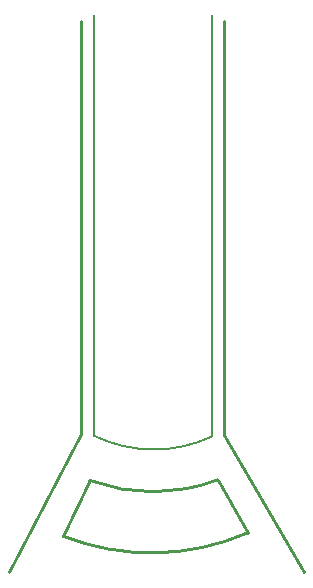
<source format=gbr>
%TF.GenerationSoftware,KiCad,Pcbnew,7.0.8*%
%TF.CreationDate,2025-03-05T08:55:57-05:00*%
%TF.ProjectId,cartridgeholder,63617274-7269-4646-9765-686f6c646572,rev?*%
%TF.SameCoordinates,Original*%
%TF.FileFunction,Legend,Bot*%
%TF.FilePolarity,Positive*%
%FSLAX46Y46*%
G04 Gerber Fmt 4.6, Leading zero omitted, Abs format (unit mm)*
G04 Created by KiCad (PCBNEW 7.0.8) date 2025-03-05 08:55:57*
%MOMM*%
%LPD*%
G01*
G04 APERTURE LIST*
%ADD10C,0.150000*%
%ADD11C,0.254000*%
G04 APERTURE END LIST*
D10*
X130529391Y-132631936D02*
G75*
G03*
X140510000Y-132680000I5040609J10421936D01*
G01*
D11*
X130157897Y-136409831D02*
X127880000Y-141119999D01*
X141540800Y-97490000D02*
X141540800Y-130270000D01*
X140980000Y-136350000D02*
X143506008Y-140853040D01*
X129400000Y-130290000D02*
X129390000Y-132480000D01*
D10*
X140480000Y-96980000D02*
X140510000Y-132680000D01*
D11*
X129390000Y-132480000D02*
X123310000Y-144200000D01*
X130157897Y-136409831D02*
G75*
G03*
X140980000Y-136350000I5332104J14309831D01*
G01*
X129370000Y-97490000D02*
X129400000Y-130290000D01*
X141530000Y-132560000D02*
X141530000Y-130270000D01*
X127880000Y-141119998D02*
G75*
G03*
X143506008Y-140853039I7490000J19039998D01*
G01*
X141530000Y-132560000D02*
X148330000Y-144200000D01*
D10*
X130550000Y-96980000D02*
X130529391Y-132631936D01*
M02*

</source>
